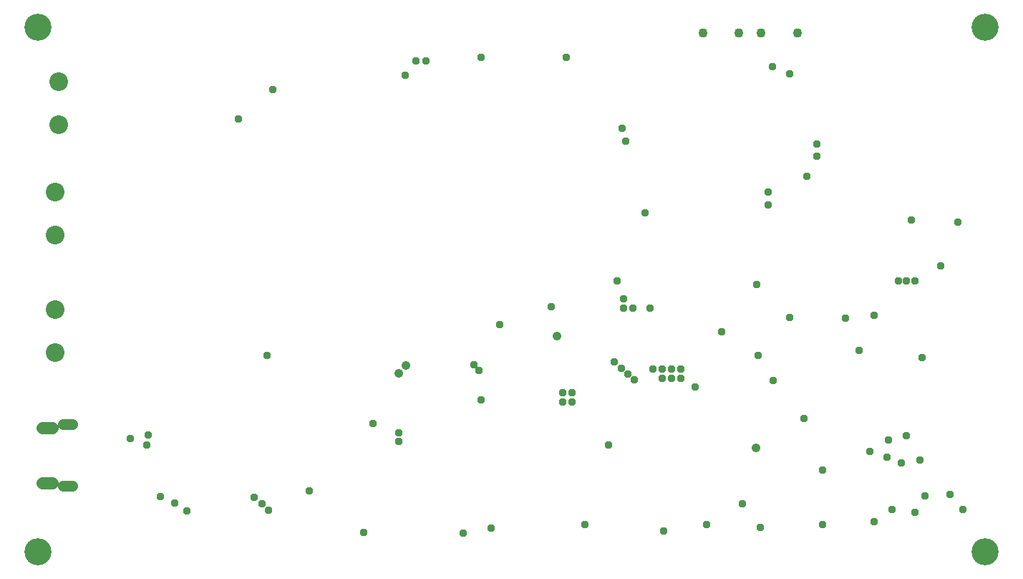
<source format=gbr>
G04 EAGLE Gerber X2 export*
%TF.Part,Single*%
%TF.FileFunction,Soldermask,Bot,1*%
%TF.FilePolarity,Negative*%
%TF.GenerationSoftware,Autodesk,EAGLE,8.6.1*%
%TF.CreationDate,2020-03-17T08:17:51Z*%
G75*
%MOMM*%
%FSLAX34Y34*%
%LPD*%
%AMOC8*
5,1,8,0,0,1.08239X$1,22.5*%
G01*
%ADD10C,3.203200*%
%ADD11C,1.271200*%
%ADD12C,1.421200*%
%ADD13C,1.103200*%
%ADD14C,2.203200*%
%ADD15C,0.959600*%
%ADD16C,1.059600*%


D10*
X40000Y40000D03*
X40000Y660000D03*
X1160000Y660000D03*
X1160000Y40000D03*
D11*
X80640Y190250D02*
X69960Y190250D01*
X69960Y117950D02*
X80640Y117950D01*
D12*
X57390Y121550D02*
X45210Y121550D01*
X45210Y186650D02*
X57390Y186650D01*
D13*
X895550Y652700D03*
X938050Y652700D03*
X826650Y652700D03*
X869150Y652700D03*
D14*
X64250Y595011D03*
X64250Y544211D03*
X59950Y465011D03*
X59950Y414211D03*
X60250Y325611D03*
X60250Y274811D03*
D15*
X277000Y551000D03*
X318000Y586000D03*
X894000Y69000D03*
X873000Y97000D03*
X780000Y64000D03*
X576000Y68000D03*
X543000Y62000D03*
X425000Y63000D03*
X758000Y440000D03*
X1058000Y360000D03*
X1108000Y378000D03*
X564000Y219000D03*
X767000Y256000D03*
X745000Y243000D03*
X738000Y250000D03*
X730000Y257000D03*
X722000Y264000D03*
X672000Y228000D03*
X661000Y228000D03*
X661000Y217000D03*
X672000Y217000D03*
X778000Y256000D03*
X789000Y256000D03*
X800000Y256000D03*
X778000Y245000D03*
X789000Y245000D03*
X800000Y245000D03*
X733000Y339000D03*
X733000Y328000D03*
X744000Y328000D03*
X1067000Y360000D03*
X1077000Y360000D03*
X715000Y166000D03*
X687000Y72000D03*
X474000Y603000D03*
X647000Y329000D03*
X564000Y624000D03*
X665000Y624000D03*
X904000Y450000D03*
X961000Y507000D03*
X764000Y328000D03*
X725000Y360000D03*
X149000Y174000D03*
X361000Y112000D03*
X311000Y272000D03*
X436000Y191000D03*
X467000Y180000D03*
X170446Y177554D03*
D16*
X467000Y251000D03*
D15*
X467088Y170000D03*
X168650Y166350D03*
D16*
X475000Y260000D03*
D15*
X555574Y260426D03*
X1024000Y158512D03*
X562000Y254000D03*
X1044000Y152000D03*
X586000Y308000D03*
X1046000Y172000D03*
X929000Y605000D03*
X1086000Y269000D03*
D16*
X654000Y295000D03*
X889000Y162822D03*
D15*
X909000Y613000D03*
X929000Y317000D03*
X890000Y356000D03*
X904000Y465000D03*
X961000Y522000D03*
X731000Y540000D03*
X1029000Y319000D03*
X735000Y525000D03*
X995000Y316000D03*
X499000Y620000D03*
X910000Y242000D03*
X487000Y620000D03*
X892000Y272000D03*
X817000Y235000D03*
X849000Y300000D03*
X1050500Y89500D03*
X1083000Y148000D03*
X1067000Y177000D03*
X1073000Y432000D03*
X831000Y72000D03*
X1061000Y145000D03*
X968000Y72000D03*
X968000Y136000D03*
X946000Y197000D03*
X1011000Y278000D03*
X949000Y483322D03*
X1128000Y429000D03*
X1089000Y106000D03*
X1134000Y90000D03*
X184700Y104700D03*
X296000Y104000D03*
X201500Y97500D03*
X305000Y97000D03*
X216500Y88500D03*
X313000Y89000D03*
X1119000Y108000D03*
X1029000Y75000D03*
X1077000Y86000D03*
M02*

</source>
